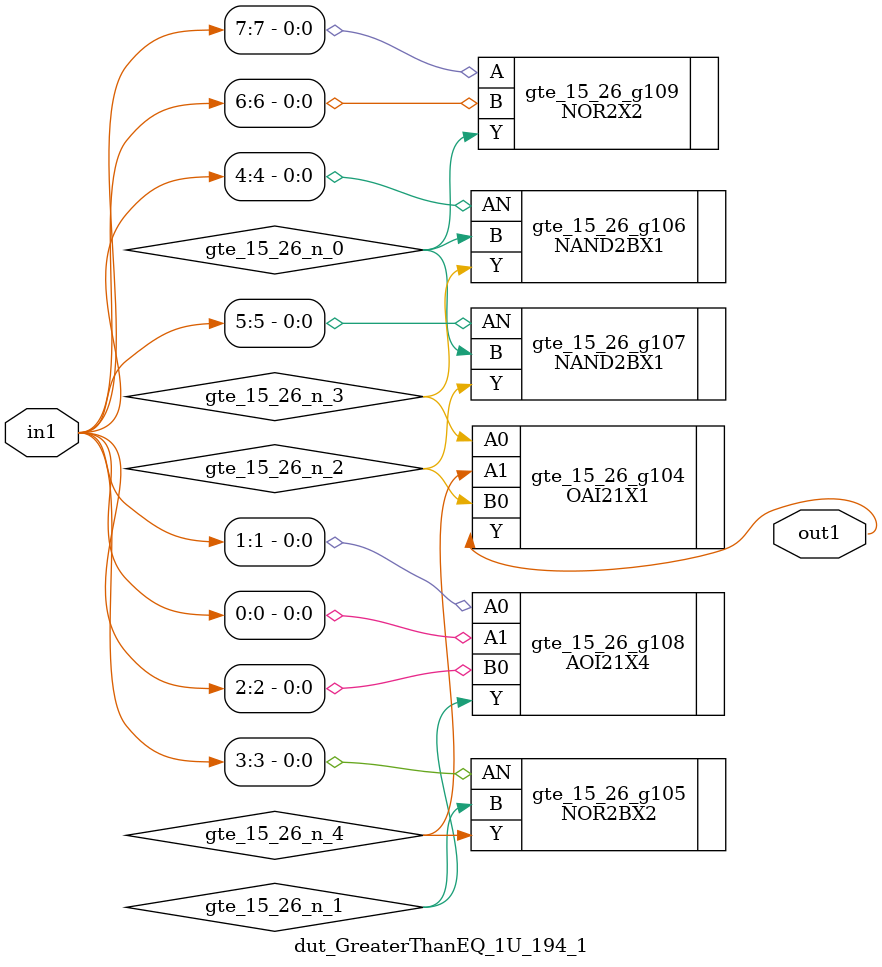
<source format=v>
`timescale 1ps / 1ps


module dut_GreaterThanEQ_1U_194_1(in1, out1);
  input [7:0] in1;
  output out1;
  wire [7:0] in1;
  wire out1;
  wire gte_15_26_n_0, gte_15_26_n_1, gte_15_26_n_2, gte_15_26_n_3,
       gte_15_26_n_4;
  OAI21X1 gte_15_26_g104(.A0 (gte_15_26_n_3), .A1 (gte_15_26_n_4), .B0
       (gte_15_26_n_2), .Y (out1));
  NOR2BX2 gte_15_26_g105(.AN (in1[3]), .B (gte_15_26_n_1), .Y
       (gte_15_26_n_4));
  NAND2BX1 gte_15_26_g106(.AN (in1[4]), .B (gte_15_26_n_0), .Y
       (gte_15_26_n_3));
  NAND2BX1 gte_15_26_g107(.AN (in1[5]), .B (gte_15_26_n_0), .Y
       (gte_15_26_n_2));
  AOI21X4 gte_15_26_g108(.A0 (in1[1]), .A1 (in1[0]), .B0 (in1[2]), .Y
       (gte_15_26_n_1));
  NOR2X2 gte_15_26_g109(.A (in1[7]), .B (in1[6]), .Y (gte_15_26_n_0));
endmodule



</source>
